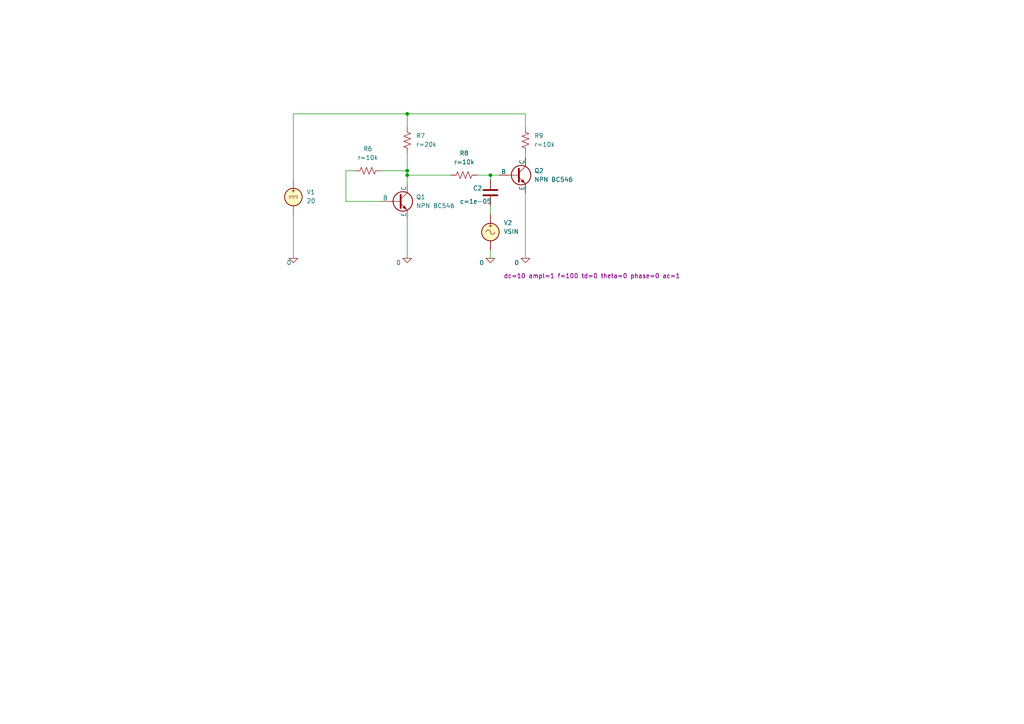
<source format=kicad_sch>
(kicad_sch (version 20230121) (generator eeschema)
  (paper "A4")
  (lib_symbols
    (symbol "Device:C" (pin_numbers hide) (pin_names (offset 0.254))
      (property "Reference" "C" (at 0.635 2.54 0))
      (property "Value" "C" (at 0.635 -2.54 0))
      (symbol "C_0_1"
        (polyline (pts (xy -2.032 -0.762) (xy 2.032 -0.762)) (stroke (width 0.508)))
        (polyline (pts (xy -2.032 0.762) (xy 2.032 0.762)) (stroke (width 0.508)))
      )
      (symbol "C_1_1"
        (pin passive line (at 0 3.81 270) (length 2.794) (name "~") (number "1"))
        (pin passive line (at 0 -3.81 90) (length 2.794) (name "~") (number "2"))
      )
    )
    (symbol "Device:R_US" (pin_numbers hide) (pin_names (offset 0))
      (property "Reference" "R" (at 2.54 0 90))
      (property "Value" "R_US" (at -2.54 0 90))
      (symbol "R_US_0_1"
        (polyline (pts (xy 0 -2.286) (xy 0 -2.54)))
        (polyline (pts (xy 0 2.286) (xy 0 2.54)))
        (polyline (pts (xy 0 -0.762) (xy 1.016 -1.143) (xy 0 -1.524) (xy -1.016 -1.905) (xy 0 -2.286)))
        (polyline (pts (xy 0 0.762) (xy 1.016 0.381) (xy 0 0) (xy -1.016 -0.381) (xy 0 -0.762)))
        (polyline (pts (xy 0 2.286) (xy 1.016 1.905) (xy 0 1.524) (xy -1.016 1.143) (xy 0 0.762)))
      )
      (symbol "R_US_1_1"
        (pin passive line (at 0 3.81 270) (length 1.27) (name "~") (number "1"))
        (pin passive line (at 0 -3.81 90) (length 1.27) (name "~") (number "2"))
      )
    )
    (symbol "Simulation_SPICE:0" (power) (pin_names (offset 0))
      (property "Value" "0" (at 0 -1.778 0))
      (symbol "0_0_1"
        (polyline (pts (xy -1.27 0) (xy 0 -1.27) (xy 1.27 0) (xy -1.27 0)))
      )
      (symbol "0_1_1"
        (pin power_in line (at 0 0 0) (length 0) hide (name "0") (number "1"))
      )
    )
    (symbol "Simulation_SPICE:NPN" (pin_numbers hide) (pin_names (offset 0))
      (property "Reference" "Q" (at -2.54 7.62 0))
      (property "Value" "NPN" (at -2.54 5.08 0))
      (symbol "NPN_0_1"
        (polyline (pts (xy -2.54 0) (xy 0.635 0)) (stroke (width 0.1524)))
        (polyline (pts (xy 0.635 0.635) (xy 2.54 2.54)))
        (polyline (pts (xy 2.794 -1.27) (xy 2.794 -1.27)) (stroke (width 0.1524)))
        (polyline (pts (xy 2.794 -1.27) (xy 2.794 -1.27)) (stroke (width 0.1524)))
        (polyline (pts (xy 0.635 -0.635) (xy 2.54 -2.54) (xy 2.54 -2.54)))
        (polyline (pts (xy 0.635 1.905) (xy 0.635 -1.905) (xy 0.635 -1.905)) (stroke (width 0.508)))
        (polyline (pts (xy 1.27 -1.778) (xy 1.778 -1.27) (xy 2.286 -2.286) (xy 1.27 -1.778) (xy 1.27 -1.778)) (fill (type outline)))
        (circle (center 1.27 0) (radius 2.8194) (stroke (width 0.254)))
      )
      (symbol "NPN_1_1"
        (pin open_collector line (at 2.54 5.08 270) (length 2.54) (name "C") (number "1"))
        (pin input line (at -5.08 0 0) (length 2.54) (name "B") (number "2"))
        (pin open_emitter line (at 2.54 -5.08 90) (length 2.54) (name "E") (number "3"))
      )
    )
    (symbol "Simulation_SPICE:VDC" (pin_numbers hide) (pin_names (offset 0.0254))
      (property "Reference" "V" (at 2.54 2.54 0))
      (property "Value" "1" (at 2.54 0 0))
      (symbol "VDC_0_0"
        (polyline (pts (xy -1.27 0.254) (xy 1.27 0.254)))
        (polyline (pts (xy -0.762 -0.254) (xy -1.27 -0.254)))
        (polyline (pts (xy 0.254 -0.254) (xy -0.254 -0.254)))
        (polyline (pts (xy 1.27 -0.254) (xy 0.762 -0.254)))
        (text "+" (at 0 1.905 0) (effects (font (size 1.27 1.27))))
      )
      (symbol "VDC_0_1"
        (circle (center 0 0) (radius 2.54) (stroke (width 0.254)) (fill (type background)))
      )
      (symbol "VDC_1_1"
        (pin passive line (at 0 5.08 270) (length 2.54) (name "~") (number "1"))
        (pin passive line (at 0 -5.08 90) (length 2.54) (name "~") (number "2"))
      )
    )
    (symbol "Simulation_SPICE:VSIN" (pin_numbers hide) (pin_names (offset 0.0254))
      (property "Reference" "V" (at 2.54 2.54 0))
      (property "Value" "VSIN" (at 2.54 0 0))
      (property "Sim.Params" "dc=0 ampl=1 f=1k ac=1" (at 2.54 -2.54 0))
      (symbol "VSIN_0_0"
        (arc (start 0 0) (mid -0.635 0.6323) (end -1.27 0))
        (arc (start 0 0) (mid 0.635 -0.6323) (end 1.27 0))
        (text "+" (at 0 1.905 0) (effects (font (size 1.27 1.27))))
      )
      (symbol "VSIN_0_1"
        (circle (center 0 0) (radius 2.54) (stroke (width 0.254)) (fill (type background)))
      )
      (symbol "VSIN_1_1"
        (pin passive line (at 0 5.08 270) (length 2.54) (name "~") (number "1"))
        (pin passive line (at 0 -5.08 90) (length 2.54) (name "~") (number "2"))
      )
    )
  )
  (junction (at 118.11 33.02))
  (junction (at 118.11 49.53))
  (junction (at 118.11 50.8))
  (junction (at 142.24 50.8))
  (wire (pts (xy 138.43 50.8) (xy 142.24 50.8)))
  (wire (pts (xy 118.11 49.53) (xy 118.11 50.8)))
  (wire (pts (xy 118.11 44.45) (xy 118.11 49.53)))
  (wire (pts (xy 85.09 33.02) (xy 118.11 33.02)))
  (wire (pts (xy 118.11 50.8) (xy 130.81 50.8)))
  (wire (pts (xy 118.11 63.5) (xy 118.11 74.93)))
  (wire (pts (xy 118.11 33.02) (xy 118.11 36.83)))
  (wire (pts (xy 152.4 55.88) (xy 152.4 74.93)))
  (wire (pts (xy 100.33 49.53) (xy 100.33 58.42)))
  (wire (pts (xy 110.49 49.53) (xy 118.11 49.53)))
  (wire (pts (xy 152.4 44.45) (xy 152.4 45.72)))
  (wire (pts (xy 85.09 62.23) (xy 85.09 74.93)))
  (wire (pts (xy 118.11 50.8) (xy 118.11 53.34)))
  (wire (pts (xy 85.09 52.07) (xy 85.09 33.02)))
  (wire (pts (xy 142.24 50.8) (xy 144.78 50.8)))
  (wire (pts (xy 118.11 33.02) (xy 152.4 33.02)))
  (wire (pts (xy 142.24 59.69) (xy 142.24 62.23)))
  (wire (pts (xy 152.4 36.83) (xy 152.4 33.02)))
  (wire (pts (xy 142.24 72.39) (xy 142.24 74.93)))
  (wire (pts (xy 102.87 49.53) (xy 100.33 49.53)))
  (wire (pts (xy 100.33 58.42) (xy 110.49 58.42)))
  (wire (pts (xy 142.24 50.8) (xy 142.24 52.07)))
  (symbol (lib_id "Simulation_SPICE:0") (at 85.09 74.93 0) (unit 1)
    (property "Reference" "#GND01" (effects hide))
    (property "Value" "0" (at 83.82 76.2 0))
  )
  (symbol (lib_id "Device:C") (at 142.24 55.88 0) (unit 1)
    (property "Reference" "C2" (at 137.16 54.61 0) (effects (justify left)))
    (property "Value" "${SIM.PARAMS}" (at 133.35 58.42 0) (effects (justify left)))
    (property "Sim.Device" "C" (effects hide))
    (property "Sim.Type" "=" (effects hide))
    (property "Sim.Params" "c=1e-05" (effects hide))
    (property "Sim.Pins" "1=+ 2=-" (effects hide))
  )
  (symbol (lib_id "Simulation_SPICE:0") (at 152.4 74.93 0) (unit 1)
    (property "Reference" "#GND03" (effects hide))
    (property "Value" "0" (at 149.86 76.2 0))
  )
  (symbol (lib_id "Device:R_US") (at 106.68 49.53 90) (unit 1)
    (property "Reference" "R6" (at 106.68 43.18 90))
    (property "Value" "${SIM.PARAMS}" (at 106.68 45.72 90))
    (property "Sim.Device" "R" (effects hide))
    (property "Sim.Type" "=" (effects hide))
    (property "Sim.Params" "r=10k" (effects hide))
    (property "Sim.Pins" "1=+ 2=-" (effects hide))
  )
  (symbol (lib_id "Simulation_SPICE:NPN") (at 149.86 50.8 0) (unit 1)
    (property "Reference" "Q2" (at 154.94 49.5299 0) (effects (justify left)))
    (property "Value" "NPN BC546" (at 154.94 52.0699 0) (effects (justify left)))
    (property "Sim.Device" "NPN" (effects hide))
    (property "Sim.Type" "GUMMELPOON" (effects hide))
    (property "Sim.Pins" "1=C 2=B 3=E" (effects hide))
    (property "Sim.Library" "/home/ahsanu/project/2024/hardware/spiceModel/Scripts/mymodel.lib" (effects hide))
    (property "Sim.Name" "BC546" (effects hide))
  )
  (symbol (lib_id "Simulation_SPICE:VSIN") (at 142.24 67.31 0) (unit 1)
    (property "Reference" "V2" (at 146.05 64.6248 0) (effects (justify left)))
    (property "Value" "VSIN" (at 146.05 67.1648 0) (effects (justify left)))
    (property "Sim.Pins" "1=+ 2=-" (effects hide))
    (property "Sim.Params" "dc=10 ampl=1 f=100 td=0 theta=0 phase=0 ac=1" (at 146.05 80.01 0) (effects (justify left)))
    (property "Sim.Type" "SIN" (effects hide))
    (property "Sim.Device" "V" (effects hide))
  )
  (symbol (lib_id "Device:R_US") (at 134.62 50.8 90) (unit 1)
    (property "Reference" "R8" (at 134.62 44.45 90))
    (property "Value" "${SIM.PARAMS}" (at 134.62 46.99 90))
    (property "Sim.Device" "R" (effects hide))
    (property "Sim.Type" "=" (effects hide))
    (property "Sim.Params" "r=10k" (effects hide))
    (property "Sim.Pins" "1=+ 2=-" (effects hide))
  )
  (symbol (lib_id "Simulation_SPICE:NPN") (at 115.57 58.42 0) (unit 1)
    (property "Reference" "Q1" (at 120.65 57.1499 0) (effects (justify left)))
    (property "Value" "NPN BC546" (at 120.65 59.6899 0) (effects (justify left)))
    (property "Sim.Device" "NPN" (effects hide))
    (property "Sim.Type" "GUMMELPOON" (effects hide))
    (property "Sim.Pins" "1=C 2=B 3=E" (effects hide))
    (property "Sim.Library" "/home/ahsanu/project/2024/hardware/spiceModel/Scripts/mymodel.lib" (effects hide))
    (property "Sim.Name" "BC546" (effects hide))
  )
  (symbol (lib_id "Device:R_US") (at 152.4 40.64 0) (unit 1)
    (property "Reference" "R9" (at 154.94 39.3699 0) (effects (justify left)))
    (property "Value" "${SIM.PARAMS}" (at 154.94 41.9099 0) (effects (justify left)))
    (property "Sim.Device" "R" (effects hide))
    (property "Sim.Type" "=" (effects hide))
    (property "Sim.Params" "r=10k" (effects hide))
    (property "Sim.Pins" "1=+ 2=-" (effects hide))
  )
  (symbol (lib_id "Simulation_SPICE:VDC") (at 85.09 57.15 0) (unit 1)
    (property "Reference" "V1" (at 88.9 55.7348 0) (effects (justify left)))
    (property "Value" "20" (at 88.9 58.2748 0) (effects (justify left)))
    (property "Sim.Pins" "1=+ 2=-" (effects hide))
    (property "Sim.Type" "DC" (effects hide))
    (property "Sim.Device" "V" (effects hide))
  )
  (symbol (lib_id "Simulation_SPICE:0") (at 142.24 74.93 0) (unit 1)
    (property "Reference" "#GND02" (effects hide))
    (property "Value" "0" (at 139.7 76.2 0))
  )
  (symbol (lib_id "Device:R_US") (at 118.11 40.64 0) (unit 1)
    (property "Reference" "R7" (at 120.65 39.3699 0) (effects (justify left)))
    (property "Value" "${SIM.PARAMS}" (at 120.65 41.9099 0) (effects (justify left)))
    (property "Sim.Device" "R" (effects hide))
    (property "Sim.Type" "=" (effects hide))
    (property "Sim.Params" "r=20k" (effects hide))
    (property "Sim.Pins" "1=+ 2=-" (effects hide))
  )
  (symbol (lib_id "Simulation_SPICE:0") (at 118.11 74.93 0) (unit 1)
    (property "Reference" "#GND04" (effects hide))
    (property "Value" "0" (at 115.57 76.2 0))
  )
)
</source>
